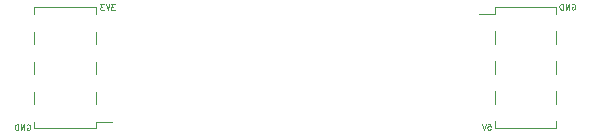
<source format=gbo>
G04 #@! TF.GenerationSoftware,KiCad,Pcbnew,8.0.1*
G04 #@! TF.CreationDate,2025-02-17T13:43:14+05:00*
G04 #@! TF.ProjectId,pwm_servo,70776d5f-7365-4727-966f-2e6b69636164,rev?*
G04 #@! TF.SameCoordinates,Original*
G04 #@! TF.FileFunction,Legend,Bot*
G04 #@! TF.FilePolarity,Positive*
%FSLAX46Y46*%
G04 Gerber Fmt 4.6, Leading zero omitted, Abs format (unit mm)*
G04 Created by KiCad (PCBNEW 8.0.1) date 2025-02-17 13:43:14*
%MOMM*%
%LPD*%
G01*
G04 APERTURE LIST*
%ADD10C,0.100000*%
%ADD11C,0.120000*%
%ADD12C,2.200000*%
%ADD13R,3.000000X1.000000*%
G04 APERTURE END LIST*
D10*
X185853258Y-88757419D02*
X185900877Y-88733609D01*
X185900877Y-88733609D02*
X185972306Y-88733609D01*
X185972306Y-88733609D02*
X186043734Y-88757419D01*
X186043734Y-88757419D02*
X186091353Y-88805038D01*
X186091353Y-88805038D02*
X186115163Y-88852657D01*
X186115163Y-88852657D02*
X186138972Y-88947895D01*
X186138972Y-88947895D02*
X186138972Y-89019323D01*
X186138972Y-89019323D02*
X186115163Y-89114561D01*
X186115163Y-89114561D02*
X186091353Y-89162180D01*
X186091353Y-89162180D02*
X186043734Y-89209800D01*
X186043734Y-89209800D02*
X185972306Y-89233609D01*
X185972306Y-89233609D02*
X185924687Y-89233609D01*
X185924687Y-89233609D02*
X185853258Y-89209800D01*
X185853258Y-89209800D02*
X185829449Y-89185990D01*
X185829449Y-89185990D02*
X185829449Y-89019323D01*
X185829449Y-89019323D02*
X185924687Y-89019323D01*
X185615163Y-89233609D02*
X185615163Y-88733609D01*
X185615163Y-88733609D02*
X185329449Y-89233609D01*
X185329449Y-89233609D02*
X185329449Y-88733609D01*
X185091353Y-89233609D02*
X185091353Y-88733609D01*
X185091353Y-88733609D02*
X184972305Y-88733609D01*
X184972305Y-88733609D02*
X184900877Y-88757419D01*
X184900877Y-88757419D02*
X184853258Y-88805038D01*
X184853258Y-88805038D02*
X184829448Y-88852657D01*
X184829448Y-88852657D02*
X184805639Y-88947895D01*
X184805639Y-88947895D02*
X184805639Y-89019323D01*
X184805639Y-89019323D02*
X184829448Y-89114561D01*
X184829448Y-89114561D02*
X184853258Y-89162180D01*
X184853258Y-89162180D02*
X184900877Y-89209800D01*
X184900877Y-89209800D02*
X184972305Y-89233609D01*
X184972305Y-89233609D02*
X185091353Y-89233609D01*
X178727068Y-98883609D02*
X178965163Y-98883609D01*
X178965163Y-98883609D02*
X178988972Y-99121704D01*
X178988972Y-99121704D02*
X178965163Y-99097895D01*
X178965163Y-99097895D02*
X178917544Y-99074085D01*
X178917544Y-99074085D02*
X178798496Y-99074085D01*
X178798496Y-99074085D02*
X178750877Y-99097895D01*
X178750877Y-99097895D02*
X178727068Y-99121704D01*
X178727068Y-99121704D02*
X178703258Y-99169323D01*
X178703258Y-99169323D02*
X178703258Y-99288371D01*
X178703258Y-99288371D02*
X178727068Y-99335990D01*
X178727068Y-99335990D02*
X178750877Y-99359800D01*
X178750877Y-99359800D02*
X178798496Y-99383609D01*
X178798496Y-99383609D02*
X178917544Y-99383609D01*
X178917544Y-99383609D02*
X178965163Y-99359800D01*
X178965163Y-99359800D02*
X178988972Y-99335990D01*
X178560401Y-98883609D02*
X178393735Y-99383609D01*
X178393735Y-99383609D02*
X178227068Y-98883609D01*
X147162782Y-88783609D02*
X146853258Y-88783609D01*
X146853258Y-88783609D02*
X147019925Y-88974085D01*
X147019925Y-88974085D02*
X146948496Y-88974085D01*
X146948496Y-88974085D02*
X146900877Y-88997895D01*
X146900877Y-88997895D02*
X146877068Y-89021704D01*
X146877068Y-89021704D02*
X146853258Y-89069323D01*
X146853258Y-89069323D02*
X146853258Y-89188371D01*
X146853258Y-89188371D02*
X146877068Y-89235990D01*
X146877068Y-89235990D02*
X146900877Y-89259800D01*
X146900877Y-89259800D02*
X146948496Y-89283609D01*
X146948496Y-89283609D02*
X147091353Y-89283609D01*
X147091353Y-89283609D02*
X147138972Y-89259800D01*
X147138972Y-89259800D02*
X147162782Y-89235990D01*
X146710401Y-88783609D02*
X146543735Y-89283609D01*
X146543735Y-89283609D02*
X146377068Y-88783609D01*
X146258021Y-88783609D02*
X145948497Y-88783609D01*
X145948497Y-88783609D02*
X146115164Y-88974085D01*
X146115164Y-88974085D02*
X146043735Y-88974085D01*
X146043735Y-88974085D02*
X145996116Y-88997895D01*
X145996116Y-88997895D02*
X145972307Y-89021704D01*
X145972307Y-89021704D02*
X145948497Y-89069323D01*
X145948497Y-89069323D02*
X145948497Y-89188371D01*
X145948497Y-89188371D02*
X145972307Y-89235990D01*
X145972307Y-89235990D02*
X145996116Y-89259800D01*
X145996116Y-89259800D02*
X146043735Y-89283609D01*
X146043735Y-89283609D02*
X146186592Y-89283609D01*
X146186592Y-89283609D02*
X146234211Y-89259800D01*
X146234211Y-89259800D02*
X146258021Y-89235990D01*
X139728258Y-98957419D02*
X139775877Y-98933609D01*
X139775877Y-98933609D02*
X139847306Y-98933609D01*
X139847306Y-98933609D02*
X139918734Y-98957419D01*
X139918734Y-98957419D02*
X139966353Y-99005038D01*
X139966353Y-99005038D02*
X139990163Y-99052657D01*
X139990163Y-99052657D02*
X140013972Y-99147895D01*
X140013972Y-99147895D02*
X140013972Y-99219323D01*
X140013972Y-99219323D02*
X139990163Y-99314561D01*
X139990163Y-99314561D02*
X139966353Y-99362180D01*
X139966353Y-99362180D02*
X139918734Y-99409800D01*
X139918734Y-99409800D02*
X139847306Y-99433609D01*
X139847306Y-99433609D02*
X139799687Y-99433609D01*
X139799687Y-99433609D02*
X139728258Y-99409800D01*
X139728258Y-99409800D02*
X139704449Y-99385990D01*
X139704449Y-99385990D02*
X139704449Y-99219323D01*
X139704449Y-99219323D02*
X139799687Y-99219323D01*
X139490163Y-99433609D02*
X139490163Y-98933609D01*
X139490163Y-98933609D02*
X139204449Y-99433609D01*
X139204449Y-99433609D02*
X139204449Y-98933609D01*
X138966353Y-99433609D02*
X138966353Y-98933609D01*
X138966353Y-98933609D02*
X138847305Y-98933609D01*
X138847305Y-98933609D02*
X138775877Y-98957419D01*
X138775877Y-98957419D02*
X138728258Y-99005038D01*
X138728258Y-99005038D02*
X138704448Y-99052657D01*
X138704448Y-99052657D02*
X138680639Y-99147895D01*
X138680639Y-99147895D02*
X138680639Y-99219323D01*
X138680639Y-99219323D02*
X138704448Y-99314561D01*
X138704448Y-99314561D02*
X138728258Y-99362180D01*
X138728258Y-99362180D02*
X138775877Y-99409800D01*
X138775877Y-99409800D02*
X138847305Y-99433609D01*
X138847305Y-99433609D02*
X138966353Y-99433609D01*
D11*
X177990000Y-89555000D02*
X179350000Y-89555000D01*
X179350000Y-88985000D02*
X184550000Y-88985000D01*
X179350000Y-89555000D02*
X179350000Y-88985000D01*
X179350000Y-92095000D02*
X179350000Y-91075000D01*
X179350000Y-94635000D02*
X179350000Y-93615000D01*
X179350000Y-97175000D02*
X179350000Y-96155000D01*
X179350000Y-99265000D02*
X179350000Y-98695000D01*
X179350000Y-99265000D02*
X184550000Y-99265000D01*
X184550000Y-89555000D02*
X184550000Y-88985000D01*
X184550000Y-92095000D02*
X184550000Y-91075000D01*
X184550000Y-94635000D02*
X184550000Y-93615000D01*
X184550000Y-97175000D02*
X184550000Y-96155000D01*
X184550000Y-99265000D02*
X184550000Y-98695000D01*
X140354999Y-98705000D02*
X140355000Y-99274999D01*
X140355000Y-88995001D02*
X140354999Y-89565000D01*
X140355000Y-91085000D02*
X140355000Y-92105000D01*
X140355000Y-93625000D02*
X140355000Y-94645000D01*
X140355000Y-96165000D02*
X140355000Y-97185000D01*
X145555000Y-88995001D02*
X140355000Y-88995001D01*
X145555000Y-88995001D02*
X145555001Y-89565000D01*
X145555000Y-91085000D02*
X145555000Y-92105000D01*
X145555000Y-93625000D02*
X145555000Y-94645000D01*
X145555000Y-96165000D02*
X145555000Y-97185000D01*
X145555000Y-99274999D02*
X140355000Y-99274999D01*
X145555001Y-98705000D02*
X145555000Y-99274999D01*
X146915000Y-98705000D02*
X145555001Y-98705000D01*
%LPC*%
D12*
X182575000Y-74050000D03*
X142575000Y-114050000D03*
X182575000Y-114050000D03*
X142575000Y-74050000D03*
D13*
X179430000Y-90315000D03*
X184470000Y-90315000D03*
X179430000Y-92855000D03*
X184470000Y-92855000D03*
X179430000Y-95395000D03*
X184470000Y-95395000D03*
X179430000Y-97935000D03*
X184470000Y-97935000D03*
X145475000Y-97945000D03*
X140435000Y-97945000D03*
X145475000Y-95405001D03*
X140435000Y-95405001D03*
X145475000Y-92864999D03*
X140435000Y-92864999D03*
X145475000Y-90325000D03*
X140435000Y-90325000D03*
%LPD*%
M02*

</source>
